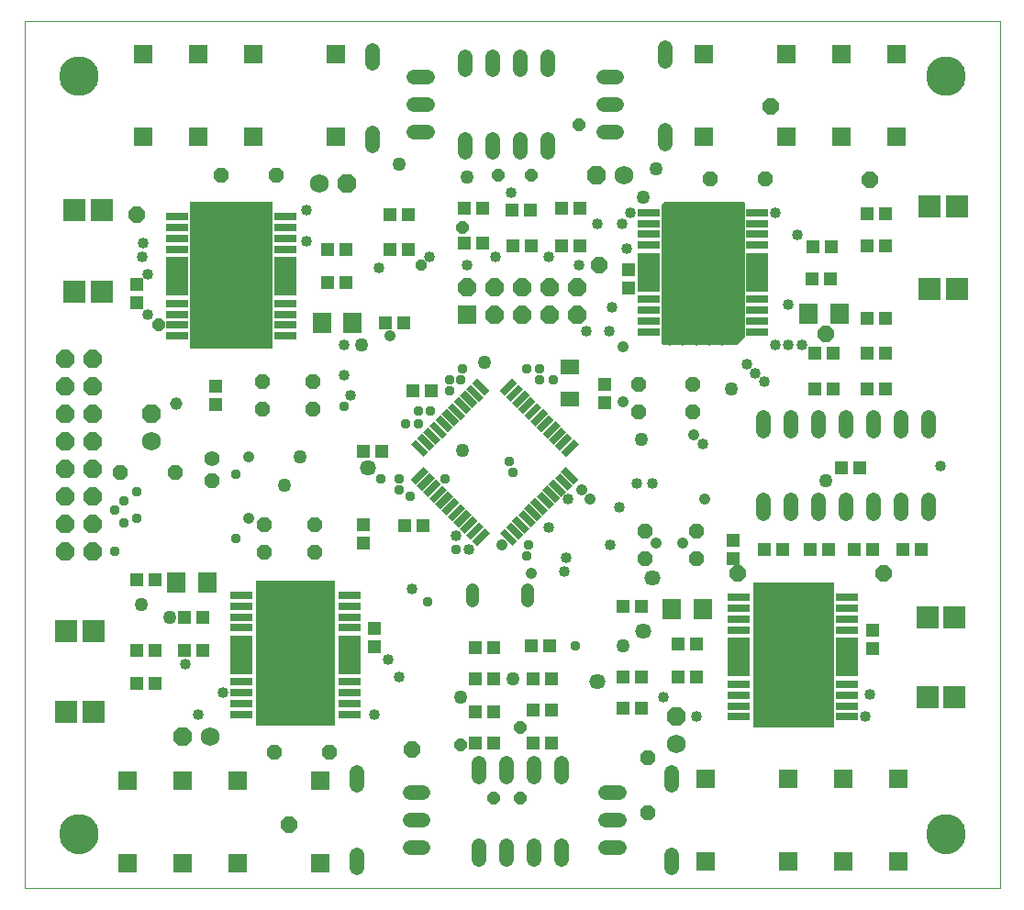
<source format=gts>
G75*
G70*
%OFA0B0*%
%FSLAX24Y24*%
%IPPOS*%
%LPD*%
%AMOC8*
5,1,8,0,0,1.08239X$1,22.5*
%
%ADD10C,0.0000*%
%ADD11C,0.1438*%
%ADD12R,0.3040X0.5360*%
%ADD13C,0.0160*%
%ADD14R,0.2960X0.5280*%
%ADD15R,0.2880X0.5280*%
%ADD16OC8,0.0660*%
%ADD17R,0.0651X0.0257*%
%ADD18R,0.0257X0.0651*%
%ADD19R,0.0454X0.0493*%
%ADD20R,0.0690X0.0532*%
%ADD21C,0.0460*%
%ADD22R,0.0493X0.0454*%
%ADD23OC8,0.0560*%
%ADD24C,0.0560*%
%ADD25OC8,0.0690*%
%ADD26C,0.0690*%
%ADD27OC8,0.0540*%
%ADD28R,0.0847X0.0257*%
%ADD29R,0.0847X0.1399*%
%ADD30R,0.0828X0.0828*%
%ADD31R,0.0660X0.0660*%
%ADD32R,0.0710X0.0710*%
%ADD33C,0.0540*%
%ADD34R,0.0690X0.0770*%
%ADD35OC8,0.0680*%
%ADD36C,0.0680*%
%ADD37C,0.0575*%
%ADD38C,0.0398*%
%ADD39C,0.0457*%
%ADD40C,0.0496*%
%ADD41C,0.0378*%
%ADD42C,0.0417*%
%ADD43OC8,0.0575*%
%ADD44OC8,0.0457*%
%ADD45OC8,0.0398*%
D10*
X001560Y003750D02*
X001560Y035246D01*
X036993Y035246D01*
X036993Y003750D01*
X001560Y003750D01*
X002840Y005719D02*
X002842Y005771D01*
X002848Y005823D01*
X002858Y005874D01*
X002871Y005924D01*
X002889Y005974D01*
X002910Y006021D01*
X002934Y006067D01*
X002963Y006111D01*
X002994Y006153D01*
X003028Y006192D01*
X003065Y006229D01*
X003105Y006262D01*
X003148Y006293D01*
X003192Y006320D01*
X003238Y006344D01*
X003287Y006364D01*
X003336Y006380D01*
X003387Y006393D01*
X003438Y006402D01*
X003490Y006407D01*
X003542Y006408D01*
X003594Y006405D01*
X003646Y006398D01*
X003697Y006387D01*
X003747Y006373D01*
X003796Y006354D01*
X003843Y006332D01*
X003888Y006307D01*
X003932Y006278D01*
X003973Y006246D01*
X004012Y006211D01*
X004047Y006173D01*
X004080Y006132D01*
X004110Y006090D01*
X004136Y006045D01*
X004159Y005998D01*
X004178Y005949D01*
X004194Y005899D01*
X004206Y005849D01*
X004214Y005797D01*
X004218Y005745D01*
X004218Y005693D01*
X004214Y005641D01*
X004206Y005589D01*
X004194Y005539D01*
X004178Y005489D01*
X004159Y005440D01*
X004136Y005393D01*
X004110Y005348D01*
X004080Y005306D01*
X004047Y005265D01*
X004012Y005227D01*
X003973Y005192D01*
X003932Y005160D01*
X003888Y005131D01*
X003843Y005106D01*
X003796Y005084D01*
X003747Y005065D01*
X003697Y005051D01*
X003646Y005040D01*
X003594Y005033D01*
X003542Y005030D01*
X003490Y005031D01*
X003438Y005036D01*
X003387Y005045D01*
X003336Y005058D01*
X003287Y005074D01*
X003238Y005094D01*
X003192Y005118D01*
X003148Y005145D01*
X003105Y005176D01*
X003065Y005209D01*
X003028Y005246D01*
X002994Y005285D01*
X002963Y005327D01*
X002934Y005371D01*
X002910Y005417D01*
X002889Y005464D01*
X002871Y005514D01*
X002858Y005564D01*
X002848Y005615D01*
X002842Y005667D01*
X002840Y005719D01*
X002840Y033278D02*
X002842Y033330D01*
X002848Y033382D01*
X002858Y033433D01*
X002871Y033483D01*
X002889Y033533D01*
X002910Y033580D01*
X002934Y033626D01*
X002963Y033670D01*
X002994Y033712D01*
X003028Y033751D01*
X003065Y033788D01*
X003105Y033821D01*
X003148Y033852D01*
X003192Y033879D01*
X003238Y033903D01*
X003287Y033923D01*
X003336Y033939D01*
X003387Y033952D01*
X003438Y033961D01*
X003490Y033966D01*
X003542Y033967D01*
X003594Y033964D01*
X003646Y033957D01*
X003697Y033946D01*
X003747Y033932D01*
X003796Y033913D01*
X003843Y033891D01*
X003888Y033866D01*
X003932Y033837D01*
X003973Y033805D01*
X004012Y033770D01*
X004047Y033732D01*
X004080Y033691D01*
X004110Y033649D01*
X004136Y033604D01*
X004159Y033557D01*
X004178Y033508D01*
X004194Y033458D01*
X004206Y033408D01*
X004214Y033356D01*
X004218Y033304D01*
X004218Y033252D01*
X004214Y033200D01*
X004206Y033148D01*
X004194Y033098D01*
X004178Y033048D01*
X004159Y032999D01*
X004136Y032952D01*
X004110Y032907D01*
X004080Y032865D01*
X004047Y032824D01*
X004012Y032786D01*
X003973Y032751D01*
X003932Y032719D01*
X003888Y032690D01*
X003843Y032665D01*
X003796Y032643D01*
X003747Y032624D01*
X003697Y032610D01*
X003646Y032599D01*
X003594Y032592D01*
X003542Y032589D01*
X003490Y032590D01*
X003438Y032595D01*
X003387Y032604D01*
X003336Y032617D01*
X003287Y032633D01*
X003238Y032653D01*
X003192Y032677D01*
X003148Y032704D01*
X003105Y032735D01*
X003065Y032768D01*
X003028Y032805D01*
X002994Y032844D01*
X002963Y032886D01*
X002934Y032930D01*
X002910Y032976D01*
X002889Y033023D01*
X002871Y033073D01*
X002858Y033123D01*
X002848Y033174D01*
X002842Y033226D01*
X002840Y033278D01*
X034336Y033278D02*
X034338Y033330D01*
X034344Y033382D01*
X034354Y033433D01*
X034367Y033483D01*
X034385Y033533D01*
X034406Y033580D01*
X034430Y033626D01*
X034459Y033670D01*
X034490Y033712D01*
X034524Y033751D01*
X034561Y033788D01*
X034601Y033821D01*
X034644Y033852D01*
X034688Y033879D01*
X034734Y033903D01*
X034783Y033923D01*
X034832Y033939D01*
X034883Y033952D01*
X034934Y033961D01*
X034986Y033966D01*
X035038Y033967D01*
X035090Y033964D01*
X035142Y033957D01*
X035193Y033946D01*
X035243Y033932D01*
X035292Y033913D01*
X035339Y033891D01*
X035384Y033866D01*
X035428Y033837D01*
X035469Y033805D01*
X035508Y033770D01*
X035543Y033732D01*
X035576Y033691D01*
X035606Y033649D01*
X035632Y033604D01*
X035655Y033557D01*
X035674Y033508D01*
X035690Y033458D01*
X035702Y033408D01*
X035710Y033356D01*
X035714Y033304D01*
X035714Y033252D01*
X035710Y033200D01*
X035702Y033148D01*
X035690Y033098D01*
X035674Y033048D01*
X035655Y032999D01*
X035632Y032952D01*
X035606Y032907D01*
X035576Y032865D01*
X035543Y032824D01*
X035508Y032786D01*
X035469Y032751D01*
X035428Y032719D01*
X035384Y032690D01*
X035339Y032665D01*
X035292Y032643D01*
X035243Y032624D01*
X035193Y032610D01*
X035142Y032599D01*
X035090Y032592D01*
X035038Y032589D01*
X034986Y032590D01*
X034934Y032595D01*
X034883Y032604D01*
X034832Y032617D01*
X034783Y032633D01*
X034734Y032653D01*
X034688Y032677D01*
X034644Y032704D01*
X034601Y032735D01*
X034561Y032768D01*
X034524Y032805D01*
X034490Y032844D01*
X034459Y032886D01*
X034430Y032930D01*
X034406Y032976D01*
X034385Y033023D01*
X034367Y033073D01*
X034354Y033123D01*
X034344Y033174D01*
X034338Y033226D01*
X034336Y033278D01*
X034336Y005719D02*
X034338Y005771D01*
X034344Y005823D01*
X034354Y005874D01*
X034367Y005924D01*
X034385Y005974D01*
X034406Y006021D01*
X034430Y006067D01*
X034459Y006111D01*
X034490Y006153D01*
X034524Y006192D01*
X034561Y006229D01*
X034601Y006262D01*
X034644Y006293D01*
X034688Y006320D01*
X034734Y006344D01*
X034783Y006364D01*
X034832Y006380D01*
X034883Y006393D01*
X034934Y006402D01*
X034986Y006407D01*
X035038Y006408D01*
X035090Y006405D01*
X035142Y006398D01*
X035193Y006387D01*
X035243Y006373D01*
X035292Y006354D01*
X035339Y006332D01*
X035384Y006307D01*
X035428Y006278D01*
X035469Y006246D01*
X035508Y006211D01*
X035543Y006173D01*
X035576Y006132D01*
X035606Y006090D01*
X035632Y006045D01*
X035655Y005998D01*
X035674Y005949D01*
X035690Y005899D01*
X035702Y005849D01*
X035710Y005797D01*
X035714Y005745D01*
X035714Y005693D01*
X035710Y005641D01*
X035702Y005589D01*
X035690Y005539D01*
X035674Y005489D01*
X035655Y005440D01*
X035632Y005393D01*
X035606Y005348D01*
X035576Y005306D01*
X035543Y005265D01*
X035508Y005227D01*
X035469Y005192D01*
X035428Y005160D01*
X035384Y005131D01*
X035339Y005106D01*
X035292Y005084D01*
X035243Y005065D01*
X035193Y005051D01*
X035142Y005040D01*
X035090Y005033D01*
X035038Y005030D01*
X034986Y005031D01*
X034934Y005036D01*
X034883Y005045D01*
X034832Y005058D01*
X034783Y005074D01*
X034734Y005094D01*
X034688Y005118D01*
X034644Y005145D01*
X034601Y005176D01*
X034561Y005209D01*
X034524Y005246D01*
X034490Y005285D01*
X034459Y005327D01*
X034430Y005371D01*
X034406Y005417D01*
X034385Y005464D01*
X034367Y005514D01*
X034354Y005564D01*
X034344Y005615D01*
X034338Y005667D01*
X034336Y005719D01*
D11*
X035025Y005719D03*
X035025Y033278D03*
X003529Y033278D03*
X003529Y005719D03*
D12*
X009080Y026030D03*
D13*
X024760Y026099D02*
X027640Y026099D01*
X027640Y026257D02*
X024760Y026257D01*
X024760Y026416D02*
X027640Y026416D01*
X027640Y026574D02*
X024760Y026574D01*
X024760Y026733D02*
X027640Y026733D01*
X027640Y026891D02*
X024760Y026891D01*
X024760Y027050D02*
X027640Y027050D01*
X027640Y027208D02*
X024760Y027208D01*
X024760Y027367D02*
X027640Y027367D01*
X027640Y027525D02*
X024760Y027525D01*
X024760Y027684D02*
X027640Y027684D01*
X027640Y027842D02*
X024760Y027842D01*
X024760Y028001D02*
X027640Y028001D01*
X027640Y028159D02*
X024760Y028159D01*
X024760Y028318D02*
X027640Y028318D01*
X027640Y028476D02*
X024760Y028476D01*
X024760Y028550D02*
X024840Y028630D01*
X027640Y028630D01*
X027640Y023830D01*
X027400Y023590D01*
X024760Y023590D01*
X024760Y028550D01*
X024760Y025940D02*
X027640Y025940D01*
X027640Y025782D02*
X024760Y025782D01*
X024760Y025623D02*
X027640Y025623D01*
X027640Y025465D02*
X024760Y025465D01*
X024760Y025306D02*
X027640Y025306D01*
X027640Y025148D02*
X024760Y025148D01*
X024760Y024989D02*
X027640Y024989D01*
X027640Y024831D02*
X024760Y024831D01*
X024760Y024672D02*
X027640Y024672D01*
X027640Y024514D02*
X024760Y024514D01*
X024760Y024355D02*
X027640Y024355D01*
X027640Y024197D02*
X024760Y024197D01*
X024760Y024038D02*
X027640Y024038D01*
X027640Y023880D02*
X024760Y023880D01*
X024760Y023721D02*
X027531Y023721D01*
D14*
X029520Y012230D03*
D15*
X011400Y012310D03*
D16*
X004029Y015998D03*
X004029Y016998D03*
X004029Y017998D03*
X004029Y018998D03*
X004029Y019998D03*
X004029Y020998D03*
X004029Y021998D03*
X004029Y022998D03*
X003029Y022998D03*
X003029Y021998D03*
X003029Y020998D03*
X003029Y019998D03*
X003029Y018998D03*
X003029Y017998D03*
X003029Y016998D03*
X003029Y015998D03*
X017640Y025610D03*
X018640Y025610D03*
X018640Y024610D03*
X019640Y024610D03*
X020640Y024610D03*
X021640Y024610D03*
X021640Y025610D03*
X020640Y025610D03*
X019640Y025610D03*
D17*
G36*
X019466Y022112D02*
X019007Y021653D01*
X018826Y021834D01*
X019285Y022293D01*
X019466Y022112D01*
G37*
G36*
X019689Y021890D02*
X019230Y021431D01*
X019049Y021612D01*
X019508Y022071D01*
X019689Y021890D01*
G37*
G36*
X019912Y021667D02*
X019453Y021208D01*
X019272Y021389D01*
X019731Y021848D01*
X019912Y021667D01*
G37*
G36*
X020135Y021444D02*
X019676Y020985D01*
X019495Y021166D01*
X019954Y021625D01*
X020135Y021444D01*
G37*
G36*
X020357Y021221D02*
X019898Y020762D01*
X019717Y020943D01*
X020176Y021402D01*
X020357Y021221D01*
G37*
G36*
X020580Y020999D02*
X020121Y020540D01*
X019940Y020721D01*
X020399Y021180D01*
X020580Y020999D01*
G37*
G36*
X020803Y020776D02*
X020344Y020317D01*
X020163Y020498D01*
X020622Y020957D01*
X020803Y020776D01*
G37*
G36*
X021025Y020553D02*
X020566Y020094D01*
X020385Y020275D01*
X020844Y020734D01*
X021025Y020553D01*
G37*
G36*
X021248Y020331D02*
X020789Y019872D01*
X020608Y020053D01*
X021067Y020512D01*
X021248Y020331D01*
G37*
G36*
X021471Y020108D02*
X021012Y019649D01*
X020831Y019830D01*
X021290Y020289D01*
X021471Y020108D01*
G37*
G36*
X021694Y019885D02*
X021235Y019426D01*
X021054Y019607D01*
X021513Y020066D01*
X021694Y019885D01*
G37*
G36*
X018464Y016656D02*
X018005Y016197D01*
X017824Y016378D01*
X018283Y016837D01*
X018464Y016656D01*
G37*
G36*
X018242Y016879D02*
X017783Y016420D01*
X017602Y016601D01*
X018061Y017060D01*
X018242Y016879D01*
G37*
G36*
X018019Y017101D02*
X017560Y016642D01*
X017379Y016823D01*
X017838Y017282D01*
X018019Y017101D01*
G37*
G36*
X017796Y017324D02*
X017337Y016865D01*
X017156Y017046D01*
X017615Y017505D01*
X017796Y017324D01*
G37*
G36*
X017573Y017547D02*
X017114Y017088D01*
X016933Y017269D01*
X017392Y017728D01*
X017573Y017547D01*
G37*
G36*
X017351Y017769D02*
X016892Y017310D01*
X016711Y017491D01*
X017170Y017950D01*
X017351Y017769D01*
G37*
G36*
X017128Y017992D02*
X016669Y017533D01*
X016488Y017714D01*
X016947Y018173D01*
X017128Y017992D01*
G37*
G36*
X016905Y018215D02*
X016446Y017756D01*
X016265Y017937D01*
X016724Y018396D01*
X016905Y018215D01*
G37*
G36*
X016683Y018438D02*
X016224Y017979D01*
X016043Y018160D01*
X016502Y018619D01*
X016683Y018438D01*
G37*
G36*
X016460Y018660D02*
X016001Y018201D01*
X015820Y018382D01*
X016279Y018841D01*
X016460Y018660D01*
G37*
G36*
X016237Y018883D02*
X015778Y018424D01*
X015597Y018605D01*
X016056Y019064D01*
X016237Y018883D01*
G37*
D18*
G36*
X016237Y019607D02*
X016056Y019426D01*
X015597Y019885D01*
X015778Y020066D01*
X016237Y019607D01*
G37*
G36*
X016460Y019830D02*
X016279Y019649D01*
X015820Y020108D01*
X016001Y020289D01*
X016460Y019830D01*
G37*
G36*
X016683Y020053D02*
X016502Y019872D01*
X016043Y020331D01*
X016224Y020512D01*
X016683Y020053D01*
G37*
G36*
X016905Y020275D02*
X016724Y020094D01*
X016265Y020553D01*
X016446Y020734D01*
X016905Y020275D01*
G37*
G36*
X017128Y020498D02*
X016947Y020317D01*
X016488Y020776D01*
X016669Y020957D01*
X017128Y020498D01*
G37*
G36*
X017351Y020721D02*
X017170Y020540D01*
X016711Y020999D01*
X016892Y021180D01*
X017351Y020721D01*
G37*
G36*
X017573Y020943D02*
X017392Y020762D01*
X016933Y021221D01*
X017114Y021402D01*
X017573Y020943D01*
G37*
G36*
X017796Y021166D02*
X017615Y020985D01*
X017156Y021444D01*
X017337Y021625D01*
X017796Y021166D01*
G37*
G36*
X018019Y021389D02*
X017838Y021208D01*
X017379Y021667D01*
X017560Y021848D01*
X018019Y021389D01*
G37*
G36*
X018242Y021612D02*
X018061Y021431D01*
X017602Y021890D01*
X017783Y022071D01*
X018242Y021612D01*
G37*
G36*
X018464Y021834D02*
X018283Y021653D01*
X017824Y022112D01*
X018005Y022293D01*
X018464Y021834D01*
G37*
G36*
X021694Y018605D02*
X021513Y018424D01*
X021054Y018883D01*
X021235Y019064D01*
X021694Y018605D01*
G37*
G36*
X021471Y018382D02*
X021290Y018201D01*
X020831Y018660D01*
X021012Y018841D01*
X021471Y018382D01*
G37*
G36*
X021248Y018160D02*
X021067Y017979D01*
X020608Y018438D01*
X020789Y018619D01*
X021248Y018160D01*
G37*
G36*
X021025Y017937D02*
X020844Y017756D01*
X020385Y018215D01*
X020566Y018396D01*
X021025Y017937D01*
G37*
G36*
X020803Y017714D02*
X020622Y017533D01*
X020163Y017992D01*
X020344Y018173D01*
X020803Y017714D01*
G37*
G36*
X020580Y017491D02*
X020399Y017310D01*
X019940Y017769D01*
X020121Y017950D01*
X020580Y017491D01*
G37*
G36*
X020357Y017269D02*
X020176Y017088D01*
X019717Y017547D01*
X019898Y017728D01*
X020357Y017269D01*
G37*
G36*
X020135Y017046D02*
X019954Y016865D01*
X019495Y017324D01*
X019676Y017505D01*
X020135Y017046D01*
G37*
G36*
X019912Y016823D02*
X019731Y016642D01*
X019272Y017101D01*
X019453Y017282D01*
X019912Y016823D01*
G37*
G36*
X019689Y016601D02*
X019508Y016420D01*
X019049Y016879D01*
X019230Y017060D01*
X019689Y016601D01*
G37*
G36*
X019466Y016378D02*
X019285Y016197D01*
X018826Y016656D01*
X019007Y016837D01*
X019466Y016378D01*
G37*
D19*
X020025Y011350D03*
X020695Y011350D03*
X020695Y010230D03*
X020025Y010230D03*
X020025Y009030D03*
X020695Y009030D03*
X018615Y009030D03*
X017945Y009030D03*
X017945Y010150D03*
X018615Y010150D03*
X018615Y011350D03*
X017945Y011350D03*
X014280Y012536D03*
X014280Y013205D03*
X008055Y013590D03*
X007385Y013590D03*
X007385Y012390D03*
X008055Y012390D03*
X013872Y019636D03*
X014542Y019636D03*
X013255Y025750D03*
X012585Y025750D03*
X012585Y026950D03*
X013255Y026950D03*
X017545Y027190D03*
X018215Y027190D03*
X019305Y027110D03*
X019975Y027110D03*
X021065Y027110D03*
X021735Y027110D03*
X021735Y028470D03*
X021065Y028470D03*
X019956Y028406D03*
X019287Y028406D03*
X018215Y028470D03*
X017545Y028470D03*
X023497Y026226D03*
X023497Y025556D03*
X030185Y025910D03*
X030855Y025910D03*
X030889Y027053D03*
X030219Y027053D03*
X030265Y023190D03*
X030935Y023190D03*
X032185Y023190D03*
X032855Y023190D03*
X032855Y021910D03*
X032185Y021910D03*
X030935Y021910D03*
X030265Y021910D03*
X030105Y016070D03*
X030775Y016070D03*
X031705Y016070D03*
X032375Y016070D03*
X033465Y016070D03*
X034135Y016070D03*
X032360Y013125D03*
X032360Y012456D03*
X029095Y016070D03*
X028425Y016070D03*
X025975Y012630D03*
X025305Y012630D03*
X025305Y011430D03*
X025975Y011430D03*
X005640Y025016D03*
X005640Y025685D03*
D20*
X021380Y022698D03*
X021380Y021517D03*
D21*
X019825Y014603D02*
X019825Y014203D01*
X017825Y014203D02*
X017825Y014603D01*
D22*
X017943Y012498D03*
X018613Y012498D03*
X019969Y012549D03*
X020638Y012549D03*
X023305Y011430D03*
X023975Y011430D03*
X023975Y010310D03*
X023305Y010310D03*
X023305Y013990D03*
X023975Y013990D03*
X027320Y015736D03*
X027320Y016405D03*
X031225Y019030D03*
X031895Y019030D03*
X032185Y024470D03*
X032855Y024470D03*
X032850Y027097D03*
X032181Y027097D03*
X032176Y028270D03*
X032845Y028270D03*
X022656Y022060D03*
X022656Y021390D03*
X016349Y021836D03*
X015679Y021836D03*
X015335Y024310D03*
X014665Y024310D03*
X014825Y026950D03*
X015495Y026950D03*
X015495Y028230D03*
X014825Y028230D03*
X008520Y022005D03*
X008520Y021336D03*
X013880Y016965D03*
X013880Y016296D03*
X015376Y016945D03*
X016045Y016945D03*
X006295Y014950D03*
X005625Y014950D03*
X005625Y012390D03*
X006295Y012390D03*
X006295Y011190D03*
X005625Y011190D03*
D23*
X008385Y018578D03*
D24*
X008385Y019378D03*
D25*
X006190Y021003D03*
D26*
X006190Y020003D03*
D27*
X007040Y018870D03*
X005040Y018870D03*
X010280Y016970D03*
X010280Y015970D03*
X012120Y015970D03*
X012120Y016970D03*
X012040Y021170D03*
X012040Y022170D03*
X010200Y022170D03*
X010200Y021170D03*
X010720Y029670D03*
X008720Y029670D03*
X023888Y022071D03*
X023888Y021071D03*
X025845Y021071D03*
X025845Y022071D03*
X025960Y016730D03*
X025960Y015730D03*
X024120Y015730D03*
X024120Y016730D03*
X024200Y008510D03*
X024200Y006510D03*
X012640Y008710D03*
X010640Y008710D03*
X026487Y029523D03*
X028487Y029523D03*
D28*
X028184Y028302D03*
X028184Y027908D03*
X028184Y027514D03*
X028184Y027121D03*
X028184Y025152D03*
X028184Y024758D03*
X028184Y024365D03*
X028184Y023971D03*
X024247Y023971D03*
X024247Y024365D03*
X024247Y024758D03*
X024247Y025152D03*
X024247Y027121D03*
X024247Y027514D03*
X024247Y027908D03*
X024247Y028302D03*
X011049Y028156D03*
X011049Y027762D03*
X011049Y027368D03*
X011049Y026975D03*
X011049Y025006D03*
X011049Y024612D03*
X011049Y024219D03*
X011049Y023825D03*
X007111Y023825D03*
X007111Y024219D03*
X007111Y024612D03*
X007111Y025006D03*
X007111Y026975D03*
X007111Y027368D03*
X007111Y027762D03*
X007111Y028156D03*
X009431Y014396D03*
X009431Y014002D03*
X009431Y013608D03*
X009431Y013215D03*
X009431Y011246D03*
X009431Y010852D03*
X009431Y010459D03*
X009431Y010065D03*
X013369Y010065D03*
X013369Y010459D03*
X013369Y010852D03*
X013369Y011246D03*
X013369Y013215D03*
X013369Y013608D03*
X013369Y014002D03*
X013369Y014396D03*
X027511Y014316D03*
X027511Y013922D03*
X027511Y013528D03*
X027511Y013135D03*
X027511Y011166D03*
X027511Y010772D03*
X027511Y010379D03*
X027511Y009985D03*
X031449Y009985D03*
X031449Y010379D03*
X031449Y010772D03*
X031449Y011166D03*
X031449Y013135D03*
X031449Y013528D03*
X031449Y013922D03*
X031449Y014316D03*
D29*
X031449Y012150D03*
X027511Y012150D03*
X013369Y012230D03*
X009431Y012230D03*
X011049Y025990D03*
X007111Y025990D03*
X024247Y026136D03*
X028184Y026136D03*
D30*
X034457Y025515D03*
X035441Y025515D03*
X035441Y028526D03*
X034457Y028526D03*
X034360Y013590D03*
X035344Y013590D03*
X035344Y010710D03*
X034360Y010710D03*
X004360Y025430D03*
X003376Y025430D03*
X003376Y028390D03*
X004360Y028390D03*
X004064Y013110D03*
X003080Y013110D03*
X003080Y010150D03*
X004064Y010150D03*
D31*
X017640Y024610D03*
D32*
X012880Y031050D03*
X009880Y031050D03*
X007880Y031050D03*
X005880Y031050D03*
X005880Y034050D03*
X007880Y034050D03*
X009880Y034050D03*
X012880Y034050D03*
X026240Y034050D03*
X026240Y031050D03*
X029240Y031050D03*
X031240Y031050D03*
X033240Y031050D03*
X033240Y034050D03*
X031240Y034050D03*
X029240Y034050D03*
X029320Y007730D03*
X031320Y007730D03*
X033320Y007730D03*
X033320Y004730D03*
X031320Y004730D03*
X029320Y004730D03*
X026320Y004730D03*
X026320Y007730D03*
X012320Y007650D03*
X012320Y004650D03*
X009320Y004650D03*
X007320Y004650D03*
X005320Y004650D03*
X005320Y007650D03*
X007320Y007650D03*
X009320Y007650D03*
D33*
X013640Y007490D02*
X013640Y007970D01*
X015560Y007230D02*
X016040Y007230D01*
X016040Y006230D02*
X015560Y006230D01*
X015560Y005230D02*
X016040Y005230D01*
X018060Y005290D02*
X018060Y004810D01*
X019060Y004810D02*
X019060Y005290D01*
X020060Y005290D02*
X020060Y004810D01*
X021060Y004810D02*
X021060Y005290D01*
X022680Y005230D02*
X023160Y005230D01*
X023160Y006230D02*
X022680Y006230D01*
X022680Y007230D02*
X023160Y007230D01*
X025080Y007490D02*
X025080Y007970D01*
X025080Y004970D02*
X025080Y004490D01*
X021060Y007810D02*
X021060Y008290D01*
X020060Y008290D02*
X020060Y007810D01*
X019060Y007810D02*
X019060Y008290D01*
X018060Y008290D02*
X018060Y007810D01*
X013640Y004970D02*
X013640Y004490D01*
X028400Y017370D02*
X028400Y017850D01*
X029400Y017850D02*
X029400Y017370D01*
X030400Y017370D02*
X030400Y017850D01*
X031400Y017850D02*
X031400Y017370D01*
X032400Y017370D02*
X032400Y017850D01*
X033400Y017850D02*
X033400Y017370D01*
X034400Y017370D02*
X034400Y017850D01*
X034400Y020370D02*
X034400Y020850D01*
X033400Y020850D02*
X033400Y020370D01*
X032400Y020370D02*
X032400Y020850D01*
X031400Y020850D02*
X031400Y020370D01*
X030400Y020370D02*
X030400Y020850D01*
X029400Y020850D02*
X029400Y020370D01*
X028400Y020370D02*
X028400Y020850D01*
X020580Y030490D02*
X020580Y030970D01*
X019580Y030970D02*
X019580Y030490D01*
X018580Y030490D02*
X018580Y030970D01*
X017580Y030970D02*
X017580Y030490D01*
X016200Y031230D02*
X015720Y031230D01*
X015720Y032230D02*
X016200Y032230D01*
X016200Y033230D02*
X015720Y033230D01*
X014200Y033730D02*
X014200Y034210D01*
X014200Y031210D02*
X014200Y030730D01*
X017580Y033490D02*
X017580Y033970D01*
X018580Y033970D02*
X018580Y033490D01*
X019580Y033490D02*
X019580Y033970D01*
X020580Y033970D02*
X020580Y033490D01*
X022600Y033230D02*
X023080Y033230D01*
X023080Y032230D02*
X022600Y032230D01*
X022600Y031230D02*
X023080Y031230D01*
X024840Y031290D02*
X024840Y030810D01*
X024840Y033810D02*
X024840Y034290D01*
D34*
X030040Y024630D03*
X031160Y024630D03*
X026200Y013910D03*
X025080Y013910D03*
X013480Y024310D03*
X012360Y024310D03*
X008200Y014870D03*
X007080Y014870D03*
D35*
X007300Y009270D03*
X025240Y010010D03*
X013260Y029350D03*
X022340Y029670D03*
D36*
X023340Y029670D03*
X012260Y029350D03*
X008300Y009270D03*
X025240Y009010D03*
D37*
X022360Y011270D03*
X024040Y013110D03*
X024360Y015030D03*
X014040Y019030D03*
D38*
X013400Y021670D03*
X013160Y022390D03*
X013160Y023510D03*
X010280Y023670D03*
X009800Y023670D03*
X009800Y024150D03*
X010280Y024150D03*
X010280Y024630D03*
X009800Y024630D03*
X009800Y025110D03*
X010280Y025110D03*
X010280Y025590D03*
X009800Y025590D03*
X009800Y026070D03*
X010280Y026070D03*
X010280Y026550D03*
X009800Y026550D03*
X009320Y026550D03*
X009320Y026070D03*
X009320Y025590D03*
X008840Y025590D03*
X008360Y025590D03*
X007880Y025590D03*
X007880Y026070D03*
X008360Y026070D03*
X008840Y026070D03*
X008840Y026550D03*
X008360Y026550D03*
X007880Y026550D03*
X007880Y027030D03*
X008360Y027030D03*
X008840Y027030D03*
X009320Y027030D03*
X009320Y027510D03*
X008840Y027510D03*
X008360Y027510D03*
X007880Y027510D03*
X007880Y027990D03*
X008360Y027990D03*
X008840Y027990D03*
X009320Y027990D03*
X009320Y028470D03*
X008840Y028470D03*
X008360Y028470D03*
X007880Y028470D03*
X009800Y028470D03*
X009800Y027990D03*
X009800Y027510D03*
X009800Y027030D03*
X010280Y027030D03*
X010280Y027510D03*
X010280Y027990D03*
X010280Y028470D03*
X011800Y028390D03*
X011800Y027270D03*
X014440Y026310D03*
X016280Y026710D03*
X017640Y026390D03*
X018680Y026710D03*
X020600Y026710D03*
X021720Y026390D03*
X022360Y027910D03*
X023280Y027910D03*
X023560Y028310D03*
X023440Y026990D03*
X025000Y027030D03*
X025480Y027030D03*
X025960Y027030D03*
X025960Y027510D03*
X025480Y027510D03*
X025000Y027510D03*
X025000Y027990D03*
X025480Y027990D03*
X025960Y027990D03*
X025960Y028470D03*
X025480Y028470D03*
X025000Y028470D03*
X026440Y028470D03*
X026440Y027990D03*
X026440Y027510D03*
X026440Y027030D03*
X026920Y027030D03*
X027400Y027030D03*
X027400Y027510D03*
X026920Y027510D03*
X026920Y027990D03*
X027400Y027990D03*
X027400Y028470D03*
X026920Y028470D03*
X026920Y026550D03*
X026920Y026070D03*
X026920Y025590D03*
X026440Y025590D03*
X026440Y026070D03*
X026440Y026550D03*
X025960Y026550D03*
X025960Y026070D03*
X025960Y025590D03*
X025480Y025590D03*
X025000Y025590D03*
X025000Y026070D03*
X025480Y026070D03*
X025480Y026550D03*
X025000Y026550D03*
X025000Y025110D03*
X025000Y024630D03*
X025000Y024150D03*
X025000Y023670D03*
X025480Y023670D03*
X025960Y023670D03*
X025960Y024150D03*
X025480Y024150D03*
X025480Y024630D03*
X025960Y024630D03*
X025960Y025110D03*
X025480Y025110D03*
X026440Y025110D03*
X026440Y024630D03*
X026440Y024150D03*
X026440Y023670D03*
X026920Y023670D03*
X026920Y024150D03*
X027400Y024150D03*
X027400Y023750D03*
X027400Y024630D03*
X026920Y024630D03*
X026920Y025110D03*
X027400Y025110D03*
X027400Y025590D03*
X027400Y026070D03*
X027400Y026550D03*
X028840Y028310D03*
X029640Y027510D03*
X029320Y024950D03*
X029320Y023510D03*
X028840Y023510D03*
X029800Y023510D03*
X028440Y022150D03*
X028120Y022470D03*
X027800Y022790D03*
X026200Y019910D03*
X024360Y018470D03*
X023800Y018470D03*
X023160Y017590D03*
X022840Y016230D03*
X021240Y015750D03*
X021160Y015270D03*
X020600Y016870D03*
X021320Y017910D03*
X017720Y016070D03*
X017240Y016550D03*
X015640Y014630D03*
X014760Y012070D03*
X015160Y011430D03*
X014280Y010070D03*
X012600Y009910D03*
X012120Y009910D03*
X012120Y010390D03*
X012600Y010390D03*
X012600Y010870D03*
X012120Y010870D03*
X011640Y010870D03*
X011640Y010390D03*
X011640Y009910D03*
X011160Y009910D03*
X010680Y009910D03*
X010200Y009910D03*
X010200Y010390D03*
X010680Y010390D03*
X011160Y010390D03*
X011160Y010870D03*
X010680Y010870D03*
X010200Y010870D03*
X010200Y011350D03*
X010680Y011350D03*
X011160Y011350D03*
X011640Y011350D03*
X011640Y011830D03*
X011160Y011830D03*
X010680Y011830D03*
X010200Y011830D03*
X010200Y012310D03*
X010680Y012310D03*
X011160Y012310D03*
X011640Y012310D03*
X012120Y012310D03*
X012120Y011830D03*
X012120Y011350D03*
X012600Y011350D03*
X012600Y011830D03*
X012600Y012310D03*
X012600Y012790D03*
X012120Y012790D03*
X012120Y013270D03*
X012600Y013270D03*
X012600Y013750D03*
X012120Y013750D03*
X012120Y014230D03*
X012600Y014230D03*
X012600Y014710D03*
X012120Y014710D03*
X011640Y014710D03*
X011160Y014710D03*
X010680Y014710D03*
X010200Y014710D03*
X010200Y014230D03*
X010200Y013750D03*
X010200Y013270D03*
X010200Y012790D03*
X010680Y012790D03*
X011160Y012790D03*
X011640Y012790D03*
X011640Y013270D03*
X011160Y013270D03*
X010680Y013270D03*
X010680Y013750D03*
X011160Y013750D03*
X011640Y013750D03*
X011640Y014230D03*
X011160Y014230D03*
X010680Y014230D03*
X007400Y011910D03*
X008760Y010870D03*
X007880Y010070D03*
X007880Y023670D03*
X008360Y023670D03*
X008840Y023670D03*
X009320Y023670D03*
X009320Y024150D03*
X008840Y024150D03*
X008360Y024150D03*
X007880Y024150D03*
X007880Y024630D03*
X008360Y024630D03*
X008840Y024630D03*
X009320Y024630D03*
X009320Y025110D03*
X008840Y025110D03*
X008360Y025110D03*
X007880Y025110D03*
X006040Y024590D03*
X006040Y026070D03*
X005840Y026710D03*
X005880Y027190D03*
X019240Y029030D03*
X022920Y024870D03*
X022800Y023990D03*
X021960Y023990D03*
X028280Y014630D03*
X028760Y014630D03*
X028760Y014150D03*
X028760Y013670D03*
X028760Y013190D03*
X028280Y013190D03*
X028280Y013670D03*
X028280Y014150D03*
X029240Y014150D03*
X029240Y013670D03*
X029240Y013190D03*
X029720Y013190D03*
X030200Y013190D03*
X030680Y013190D03*
X030680Y013670D03*
X030200Y013670D03*
X029720Y013670D03*
X029720Y014150D03*
X030200Y014150D03*
X030680Y014150D03*
X030680Y014630D03*
X030200Y014630D03*
X029720Y014630D03*
X029240Y014630D03*
X029240Y012710D03*
X029240Y012230D03*
X029240Y011750D03*
X029240Y011270D03*
X029720Y011270D03*
X030200Y011270D03*
X030680Y011270D03*
X030680Y011750D03*
X030200Y011750D03*
X029720Y011750D03*
X029720Y012230D03*
X030200Y012230D03*
X030680Y012230D03*
X030680Y012710D03*
X030200Y012710D03*
X029720Y012710D03*
X028760Y012710D03*
X028760Y012230D03*
X028760Y011750D03*
X028760Y011270D03*
X028280Y011270D03*
X028280Y011750D03*
X028280Y012230D03*
X028280Y012710D03*
X028280Y010790D03*
X028280Y010310D03*
X028280Y009830D03*
X028760Y009830D03*
X028760Y010310D03*
X028760Y010790D03*
X029240Y010790D03*
X029240Y010310D03*
X029240Y009830D03*
X029720Y009830D03*
X030200Y009830D03*
X030680Y009830D03*
X030680Y010310D03*
X030200Y010310D03*
X029720Y010310D03*
X029720Y010790D03*
X030200Y010790D03*
X030680Y010790D03*
X032120Y009990D03*
X032280Y010790D03*
X025960Y009990D03*
X024760Y010710D03*
X034840Y019110D03*
D39*
X007080Y021350D03*
D40*
X011000Y018390D03*
X011560Y019430D03*
X013800Y023510D03*
X017480Y019670D03*
X018280Y022870D03*
X023960Y020070D03*
X027240Y021910D03*
X030680Y018550D03*
X023320Y012550D03*
X019320Y011350D03*
X017400Y010710D03*
X006840Y013590D03*
X005800Y014070D03*
X017640Y029590D03*
X015160Y030070D03*
X024040Y028870D03*
X024520Y029910D03*
D41*
X020280Y022630D03*
X020280Y022230D03*
X020760Y022230D03*
X019800Y022630D03*
X017480Y022630D03*
X017400Y022230D03*
X017000Y022230D03*
X017000Y021830D03*
X016320Y021110D03*
X015880Y021110D03*
X015880Y020630D03*
X015400Y020630D03*
X015160Y018630D03*
X015160Y018230D03*
X014520Y018630D03*
X015560Y017990D03*
X016840Y018630D03*
X019160Y019270D03*
X019320Y018870D03*
X019880Y016230D03*
X019800Y015830D03*
X017240Y016070D03*
X016200Y014150D03*
X021560Y012550D03*
X013160Y021270D03*
X009240Y018790D03*
X009240Y016470D03*
X005640Y017190D03*
X005160Y017030D03*
X004840Y017510D03*
X005160Y017830D03*
X005640Y018150D03*
X004840Y015990D03*
D42*
X009720Y017190D03*
X009720Y019430D03*
X014840Y023830D03*
X021800Y018230D03*
X022120Y017910D03*
X024520Y016310D03*
X025480Y016310D03*
X026280Y017910D03*
X025880Y020230D03*
X023320Y021430D03*
X023320Y023430D03*
X018920Y016230D03*
X019960Y015190D03*
D43*
X015640Y008790D03*
X011160Y006070D03*
X027480Y015190D03*
X032760Y015190D03*
X030680Y023910D03*
X032280Y029510D03*
X028680Y032150D03*
X022440Y026390D03*
X005640Y028230D03*
D44*
X006440Y024230D03*
X017480Y027750D03*
X018760Y029670D03*
X019960Y029670D03*
X021720Y031510D03*
X019560Y009590D03*
X017400Y008950D03*
X018600Y007030D03*
X019560Y007030D03*
D45*
X015960Y026390D03*
M02*

</source>
